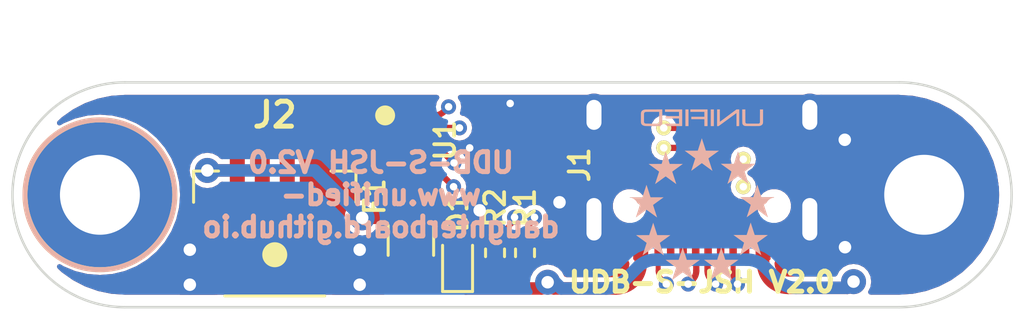
<source format=kicad_pcb>
(kicad_pcb (version 20240108) (generator "pcbnew") (generator_version "8.0")
  (layers (0 "F.Cu" signal) (1 "In1.Cu" signal) (2 "In2.Cu" signal) (31 "B.Cu" signal) (34 "B.Paste" user) (35 "F.Paste" user) (36 "B.SilkS" user "B.Silkscreen") (37 "F.SilkS" user "F.Silkscreen") (38 "B.Mask" user) (39 "F.Mask" user) (44 "Edge.Cuts" user))
  (net 0 "")
  (net 1 "GND")
  (net 2 "VBUS")
  (net 5 "D+")
  (net 6 "D-")
  (net 7 "Net-(J1-CC2)")
  (net 8 "Net-(J1-CC1)")
  (net 9 "5V")
  (footprint "Resistor_SMD:R_0402_1005Metric" (layer "F.Cu") (at 130.81875 97.3225 -90)
    (property "Reference" "R2" (at -1.8 0 90) (layer "F.SilkS") (effects (font (size 0.8 0.8))))
    (property "Value" "5.1k")
    (pad "1" smd roundrect (at -0.51 0 270) (size 0.54 0.64) (layers "F.Cu" "F.Paste" "F.Mask") (net 7 "Net-(J1-CC2)"))
    (pad "2" smd roundrect (at 0.51 0 270) (size 0.54 0.64) (layers "F.Cu" "F.Paste" "F.Mask") (net 1 "GND"))
  )
  (footprint "MountingHole:MountingHole_3.2mm_M3_DIN965_Pad_TopBottom" (layer "F.Cu") (at 148 95)
    (property "Reference" "H1" (hide yes))
    (property "Value" "MountingHole" (hide yes))
    (pad "1" thru_hole circle (at 0 0) (size 3.6 3.6) (drill 3.2) (layers "*.Cu" "*.Mask") (net 1 "GND"))
    (pad "1" connect circle (at 0 0) (size 6 6) (layers "F.Cu" "F.Mask") (net 1 "GND"))
    (pad "1" connect circle (at 0 0) (size 6 6) (layers "B.Cu" "B.Mask") (net 1 "GND"))
  )
  (footprint "Fuse:Fuse_1206_3216Metric" (layer "F.Cu") (at 127.45 96.8225 90)
    (property "Reference" "F1" (at 1.747499 -1.45 90) (layer "F.SilkS") (effects (font (size 0.8 0.8))))
    (property "Value" "SMD0805-050-16V")
    (pad "1" smd roundrect (at -1.4 0 90) (size 1.25 1.75) (layers "F.Cu" "F.Paste" "F.Mask") (roundrect_rratio 0.2) (net 2 "VBUS"))
    (pad "2" smd roundrect (at 1.4 0 90) (size 1.25 1.75) (layers "F.Cu" "F.Paste" "F.Mask") (roundrect_rratio 0.2) (net 9 "5V"))
  )
  (footprint "acheron_Components:USON-10_2.5x1.0mm_P0.5mm" (layer "F.Cu") (at 127.41875 92.8225)
    (property "Reference" "U1" (at 1.4 0 -90) (layer "F.SilkS") (effects (font (size 0.8 0.8))))
    (property "Value" "TPD4E05U06DQAR")
    (pad "1" smd roundrect (at -0.385 -1 270) (size 0.25 0.55) (layers "F.Cu" "F.Paste" "F.Mask") (roundrect_rratio 0.5) (net 6 "D-"))
    (pad "2" smd rect (at -0.385 -0.5 270) (size 0.25 0.55) (layers "F.Cu" "F.Paste" "F.Mask") (net 6 "D-"))
    (pad "3" smd rect (at -0.385 0 270) (size 0.3 0.55) (layers "F.Cu" "F.Paste" "F.Mask") (net 1 "GND"))
    (pad "4" smd rect (at -0.385 0.5 270) (size 0.25 0.55) (layers "F.Cu" "F.Paste" "F.Mask") (net 5 "D+"))
    (pad "5" smd rect (at -0.385 1 270) (size 0.25 0.55) (layers "F.Cu" "F.Paste" "F.Mask") (net 5 "D+"))
    (pad "6" smd rect (at 0.385 1 270) (size 0.25 0.55) (layers "F.Cu" "F.Paste" "F.Mask") (net 5 "D+"))
    (pad "7" smd rect (at 0.385 0.5 270) (size 0.25 0.55) (layers "F.Cu" "F.Paste" "F.Mask") (net 5 "D+"))
    (pad "8" smd rect (at 0.385 0 270) (size 0.3 0.55) (layers "F.Cu" "F.Paste" "F.Mask") (net 1 "GND"))
    (pad "9" smd rect (at 0.385 -0.5 270) (size 0.25 0.55) (layers "F.Cu" "F.Paste" "F.Mask") (net 6 "D-"))
    (pad "10" smd rect (at 0.385 -1 270) (size 0.25 0.55) (layers "F.Cu" "F.Paste" "F.Mask") (net 6 "D-"))
  )
  (footprint "acheron_Connectors:SM04B-SRSS-TB(LF)(SN)_mounting-reliefs" (layer "F.Cu") (at 122 94.800001)
    (property "Reference" "J2" (at 0 -3 180) (layer "F.SilkS") (effects (font (thickness 0.2))))
    (property "Value" "A1001WR-S-04P")
    (pad "1" smd rect (at -1.5 -0.775) (size 0.6 1.55) (layers "F.Cu" "F.Paste" "F.Mask") (net 9 "5V"))
    (pad "2" smd rect (at -0.5 -0.775) (size 0.6 1.55) (layers "F.Cu" "F.Paste" "F.Mask") (net 6 "D-"))
    (pad "3" smd rect (at 0.5 -0.775) (size 0.6 1.55) (layers "F.Cu" "F.Paste" "F.Mask") (net 5 "D+"))
    (pad "4" smd rect (at 1.5 -0.775) (size 0.6 1.55) (layers "F.Cu" "F.Paste" "F.Mask") (net 1 "GND"))
    (pad "MP" thru_hole circle (at -3.4 2.4) (size 0.8 0.8) (drill 0.5) (layers "*.Cu") (net 1 "GND"))
    (pad "MP" smd rect (at -3.4 3.1) (size 0.8 2.2) (layers "F.Cu") (net 1 "GND"))
    (pad "MP" thru_hole circle (at -3.4 3.8) (size 0.8 0.8) (drill 0.5) (layers "*.Cu") (net 1 "GND"))
    (pad "MP" smd rect (at -3.1 3.1) (size 1.4 2.2) (layers "B.Cu") (net 1 "GND"))
    (pad "MP" smd rect (at -2.65 3.1) (size 0.7 2.2) (layers "F.Cu" "F.Paste" "F.Mask") (net 1 "GND"))
    (pad "MP" smd rect (at 2.65 3.1 180) (size 0.7 2.2) (layers "F.Cu" "F.Paste" "F.Mask") (net 1 "GND"))
    (pad "MP" smd rect (at 3.1 3.1 180) (size 1.4 2.2) (layers "B.Cu") (net 1 "GND"))
    (pad "MP" thru_hole circle (at 3.4 2.4 180) (size 0.8 0.8) (drill 0.5) (layers "*.Cu") (net 1 "GND"))
    (pad "MP" smd rect (at 3.4 3.1 180) (size 0.8 2.2) (layers "F.Cu") (net 1 "GND"))
    (pad "MP" thru_hole circle (at 3.4 3.8 180) (size 0.8 0.8) (drill 0.5) (layers "*.Cu") (net 1 "GND"))
  )
  (footprint "MountingHole:MountingHole_3.2mm_M3_DIN965_Pad_TopOnly" (layer "F.Cu") (at 115 95 180)
    (property "Reference" "H2" (hide yes))
    (property "Value" "MountingHole" (hide yes))
    (pad "1" thru_hole circle (at 0 0 180) (size 6 6) (drill 3.2) (layers "*.Cu"))
  )
  (footprint "locallib:HRO-TYPE-C-31-M-12-Assembly" (layer "F.Cu") (at 139.1 89.2 180)
    (property "Reference" "J1" (at 4.9 -4.6 -90) (layer "F.SilkS") (effects (font (size 0.8 0.8))))
    (property "Value" "TYPE-C-31-M-12")
    (pad "" np_thru_hole circle (at -2.89 -6.25 180) (size 0.65 0.65) (drill 0.65) (layers "*.Cu" "*.Mask"))
    (pad "" np_thru_hole circle (at 2.89 -6.25 180) (size 0.65 0.65) (drill 0.65) (layers "*.Cu" "*.Mask"))
    (pad "A1" smd roundrect (at -3.225 -7.695 180) (size 0.6 1.45) (layers "F.Cu" "F.Paste" "F.Mask") (roundrect_rratio 0.1) (net 1 "GND"))
    (pad "A4" smd roundrect (at -2.45 -7.695 180) (size 0.6 1.45) (layers "F.Cu" "F.Paste" "F.Mask") (roundrect_rratio 0.1) (net 2 "VBUS"))
    (pad "A5" smd roundrect (at -1.25 -7.695 180) (size 0.3 1.45) (layers "F.Cu" "F.Paste" "F.Mask") (roundrect_rratio 0.2) (net 8 "Net-(J1-CC1)"))
    (pad "A6" smd roundrect (at -0.25 -7.695 180) (size 0.3 1.45) (layers "F.Cu" "F.Paste" "F.Mask") (roundrect_rratio 0.2) (net 5 "D+"))
    (pad "A7" smd roundrect (at 0.25 -7.695 180) (size 0.3 1.45) (layers "F.Cu" "F.Paste" "F.Mask") (roundrect_rratio 0.2) (net 6 "D-"))
    (pad "A8" smd roundrect (at 1.25 -7.695 180) (size 0.3 1.45) (layers "F.Cu" "F.Paste" "F.Mask") (roundrect_rratio 0.2))
    (pad "B1" smd roundrect (at 3.225 -7.695 180) (size 0.6 1.45) (layers "F.Cu" "F.Paste" "F.Mask") (roundrect_rratio 0.1) (net 1 "GND"))
    (pad "B4" smd roundrect (at 2.45 -7.695 180) (size 0.6 1.45) (layers "F.Cu" "F.Paste" "F.Mask") (roundrect_rratio 0.1) (net 2 "VBUS"))
    (pad "B5" smd roundrect (at 1.75 -7.695 180) (size 0.3 1.45) (layers "F.Cu" "F.Paste" "F.Mask") (roundrect_rratio 0.2) (net 7 "Net-(J1-CC2)"))
    (pad "B6" smd roundrect (at 0.75 -7.695 180) (size 0.3 1.45) (layers "F.Cu" "F.Paste" "F.Mask") (roundrect_rratio 0.2) (net 5 "D+"))
    (pad "B7" smd roundrect (at -0.75 -7.695 180) (size 0.3 1.45) (layers "F.Cu" "F.Paste" "F.Mask") (roundrect_rratio 0.2) (net 6 "D-"))
    (pad "B8" smd roundrect (at -1.75 -7.695 180) (size 0.3 1.45) (layers "F.Cu" "F.Paste" "F.Mask") (roundrect_rratio 0.2))
    (pad "S1" thru_hole oval (at -4.32 -6.78 180) (size 1.1 2.2) (drill oval 0.6 1.7) (layers "*.Cu" "*.Mask") (net 1 "GND"))
    (pad "S1" thru_hole oval (at -4.32 -2.6 180) (size 1.3 1.7) (drill oval 0.6 1.2) (layers "*.Cu" "*.Mask") (net 1 "GND"))
    (pad "S1" thru_hole oval (at 4.32 -6.78 180) (size 1.1 2.2) (drill oval 0.6 1.7) (layers "*.Cu" "*.Mask") (net 1 "GND"))
    (pad "S1" thru_hole oval (at 4.32 -2.6 180) (size 1.3 1.7) (drill oval 0.6 1.2) (layers "*.Cu" "*.Mask") (net 1 "GND"))
  )
  (footprint "Diode_SMD:D_SOD-523" (layer "F.Cu") (at 129.31875 97.7225 90)
    (property "Reference" "D1" (at 2 0 90) (layer "F.SilkS") (effects (font (size 0.8 0.8))))
    (property "Value" "ESD5Z5V0")
    (pad "1" smd rect (at -0.7 0 270) (size 0.6 0.7) (layers "F.Cu" "F.Paste" "F.Mask") (net 2 "VBUS"))
    (pad "2" smd rect (at 0.7 0 270) (size 0.6 0.7) (layers "F.Cu" "F.Paste" "F.Mask") (net 1 "GND"))
  )
  (footprint "Resistor_SMD:R_0402_1005Metric" (layer "F.Cu") (at 132.01875 97.3225 90)
    (property "Reference" "R1" (at 1.8 0 90) (layer "F.SilkS") (effects (font (size 0.8 0.8))))
    (property "Value" "5.1k")
    (pad "1" smd roundrect (at -0.51 0 90) (size 0.54 0.64) (layers "F.Cu" "F.Paste" "F.Mask") (net 1 "GND"))
    (pad "2" smd roundrect (at 0.51 0 90) (size 0.54 0.64) (layers "F.Cu" "F.Paste" "F.Mask") (net 8 "Net-(J1-CC1)"))
  )
  (footprint "locallib:UnifiedLogo" (layer "B.Cu") (at 139.1 95 180)
    (property "Reference" "G***")
    (property "Value" "LOGO" (hide yes))
  )
  (gr_circle (center 115 95) (end 118 95) (stroke (width 0.2)) (fill none) (layer "B.SilkS"))
  (gr_circle (center 115 95) (end 118 95) (stroke (width 0.2)) (fill none) (layer "F.SilkS"))
  (gr_circle (center 122 97.4) (end 122.4 97.4) (stroke (width 0.2)) (fill solid) (layer "F.SilkS"))
  (gr_circle (center 140.758749 93.577499) (end 140.758749 93.377498) (stroke (width 0.2)) (fill solid) (layer "F.SilkS"))
  (gr_circle (center 140.758749 94.677499) (end 140.758749 94.4775) (stroke (width 0.2)) (fill solid) (layer "F.SilkS"))
  (gr_circle (center 137.57375 93.1225) (end 137.57375 92.922501) (stroke (width 0.2)) (fill solid) (layer "F.SilkS"))
  (gr_circle (center 137.57375 92.322499) (end 137.57375 92.122498) (stroke (width 0.2)) (fill solid) (layer "F.SilkS"))
  (gr_arc (start 116 99.500001) (mid 111.499999 95) (end 116 90.499999) (stroke (width 0.1)) (layer "Edge.Cuts"))
  (gr_arc (start 147 90.5) (mid 151.5 95) (end 147 99.5) (stroke (width 0.1)) (layer "Edge.Cuts"))
  (gr_line (start 147 90.5) (end 116 90.499999) (stroke (width 0.1)) (layer "Edge.Cuts"))
  (gr_line (start 116 99.500001) (end 147 99.5) (stroke (width 0.1)) (layer "Edge.Cuts"))
  (gr_text "UDB-S-JSH V2.0\nwww.unified-\ndaughterboard.github.io" (at 126.25 95 0) (layer "B.SilkS") (effects (font (size 0.8 0.8) (thickness 0.2)) (justify mirror)))
  (gr_text "UDB-S-JSH V2.0" (at 139.1 98.5 0) (layer "F.SilkS") (effects (font (size 0.8 0.8) (thickness 0.2))))
  (segment (start 135.85 96.8975) (end 135.85 97.327913) (width 0.2) (layer "F.Cu") (net 1))
  (via (at 129.80375 93.1225) (size 0.6) (drill 0.3) (layers "F.Cu" "B.Cu") (net 1))
  (via (at 133.4 95.3) (size 1) (drill 0.5) (layers "F.Cu" "B.Cu") (net 1))
  (via (at 144.829639 97.098274) (size 1) (drill 0.5) (layers "F.Cu" "B.Cu") (net 1))
  (via (at 130.20375 95.6225) (size 1) (drill 0.5) (layers "F.Cu" "B.Cu") (net 1))
  (via (at 131.425 91.34375) (size 0.6) (drill 0.3) (layers "F.Cu" "B.Cu") (net 1))
  (via (at 144.820324 92.798274) (size 1) (drill 0.5) (layers "F.Cu" "B.Cu") (net 1))
  (segment (start 146.95 91.35) (end 148 92.4) (width 0.7) (layer "B.Cu") (net 1))
  (segment (start 143.87 91.35) (end 146.95 91.35) (width 0.7) (layer "B.Cu") (net 1))
  (segment (start 148 92.4) (end 148 95) (width 0.7) (layer "B.Cu") (net 1))
  (segment (start 143.42 91.8) (end 143.87 91.35) (width 0.7) (layer "B.Cu") (net 1))
  (segment (start 129.31875 98.4225) (end 127.31875 98.4225) (width 0.5) (layer "F.Cu") (net 2))
  (segment (start 129.646751 98.750501) (end 129.31875 98.4225) (width 0.5) (layer "F.Cu") (net 2))
  (segment (start 127.31875 98.4225) (end 127.11875 98.2225) (width 0.5) (layer "F.Cu") (net 2))
  (segment (start 129.646751 98.750501) (end 132.675499 98.750501) (width 0.5) (layer "F.Cu") (net 2))
  (segment (start 132.675499 98.750501) (end 132.925 98.501) (width 0.5) (layer "F.Cu") (net 2))
  (segment (start 136.651574 96.896574) (end 136.65 96.895) (width 0.5) (layer "F.Cu") (net 2))
  (segment (start 133.174 98.75) (end 132.925 98.501) (width 0.5) (layer "F.Cu") (net 2))
  (segment (start 144.922139 98.726274) (end 145.171639 98.476774) (width 0.5) (layer "F.Cu") (net 2))
  (segment (start 142.55 98.726274) (end 144.922139 98.726274) (width 0.5) (layer "F.Cu") (net 2))
  (segment (start 141.55 96.895) (end 141.55 97.726274) (width 0.5) (layer "F.Cu") (net 2))
  (segment (start 135.651574 98.75) (end 133.174 98.75) (width 0.5) (layer "F.Cu") (net 2))
  (segment (start 136.651574 97.75) (end 136.651574 96.896574) (width 0.5) (layer "F.Cu") (net 2))
  (via (at 132.925 98.501) (size 1) (drill 0.5) (layers "F.Cu" "B.Cu") (net 2))
  (via (at 145.171639 98.476774) (size 1) (drill 0.5) (layers "F.Cu" "B.Cu") (net 2))
  (arc (start 141.55 97.726274) (mid 141.842893 98.433381) (end 142.55 98.726274) (width 0.5) (layer "F.Cu") (net 2))
  (arc (start 136.651574 97.75) (mid 136.358681 98.457107) (end 135.651574 98.75) (width 0.5) (layer "F.Cu") (net 2))
  (segment (start 145.171639 98.476774) (end 144.923413 98.725) (width 0.5) (layer "B.Cu") (net 2))
  (segment (start 140.915425 97.598274) (end 137.243853 97.598274) (width 0.5) (layer "B.Cu") (net 2))
  (segment (start 144.923413 98.725) (end 142.870579 98.725) (width 0.5) (layer "B.Cu") (net 2))
  (segment (start 135.263699 98.75) (end 133.46775 98.75) (width 0.5) (layer "B.Cu") (net 2))
  (segment (start 142.163472 98.432107) (end 141.622532 97.891167) (width 0.5) (layer "B.Cu") (net 2))
  (segment (start 133.46775 98.75) (end 133.21875 98.501) (width 0.5) (layer "B.Cu") (net 2))
  (segment (start 136.536746 97.891167) (end 135.970806 98.457107) (width 0.5) (layer "B.Cu") (net 2))
  (arc (start 141.622532 97.891167) (mid 141.298109 97.674394) (end 140.915425 97.598274) (width 0.5) (layer "B.Cu") (net 2))
  (arc (start 137.243853 97.598274) (mid 136.86117 97.674394) (end 136.536746 97.891167) (width 0.5) (layer "B.Cu") (net 2))
  (arc (start 142.163472 98.432107) (mid 142.487895 98.64888) (end 142.870579 98.725) (width 0.5) (layer "B.Cu") (net 2))
  (arc (start 135.970806 98.457107) (mid 135.646383 98.67388) (end 135.263699 98.75) (width 0.5) (layer "B.Cu") (net 2))
  (segment (start 137.57375 93.1225) (end 138.345 93.1225) (width 0.25) (layer "F.Cu") (net 5))
  (segment (start 127.03375 93.8225) (end 127.80375 93.8225) (width 0.25) (layer "F.Cu") (net 5))
  (segment (start 128.920197 93.468947) (end 129.17375 93.7225) (width 0.25) (layer "F.Cu") (net 5))
  (segment (start 126.157303 93.676053) (end 125.657303 93.176053) (width 0.25) (layer "F.Cu") (net 5))
  (segment (start 124.996643 92.7225) (end 123 92.7225) (width 0.25) (layer "F.Cu") (net 5))
  (segment (start 127.80375 93.8225) (end 128.096643 93.8225) (width 0.25) (layer "F.Cu") (net 5))
  (segment (start 139.471447 98.396447) (end 139.649999 98.574999) (width 0.25) (layer "F.Cu") (net 5))
  (segment (start 138.845 94.832893) (end 138.845 93.6225) (width 0.25) (layer "F.Cu") (net 5))
  (segment (start 122.5 93.2225) (end 122.5 94.025001) (width 0.25) (layer "F.Cu") (net 5))
  (segment (start 127.00375 93.3225) (end 127.77375 93.3225) (width 0.25) (layer "F.Cu") (net 5))
  (segment (start 139.35 96.895) (end 139.325001 96.919999) (width 0.25) (layer "F.Cu") (net 5))
  (segment (start 127.03375 93.3225) (end 126.010857 93.3225) (width 0.25) (layer "F.Cu") (net 5))
  (segment (start 127.77375 93.3225) (end 128.566643 93.3225) (width 0.25) (layer "F.Cu") (net 5))
  (segment (start 128.450197 93.968947) (end 129.158749 94.677499) (width 0.25) (layer "F.Cu") (net 5))
  (segment (start 125.657303 93.176053) (end 125.350196 92.868946) (width 0.25) (layer "F.Cu") (net 5))
  (segment (start 138.32 96.895) (end 138.32 95.772107) (width 0.25) (layer "F.Cu") (net 5))
  (segment (start 126.510857 93.8225) (end 127.03375 93.8225) (width 0.25) (layer "F.Cu") (net 5))
  (segment (start 138.466447 95.418553) (end 138.698554 95.186446) (width 0.25) (layer "F.Cu") (net 5))
  (segment (start 122.6 94.3) (end 122.6 93.7225) (width 0.25) (layer "F.Cu") (net 5))
  (segment (start 139.325001 96.919999) (end 139.325 98.042893) (width 0.25) (layer "F.Cu") (net 5))
  (via (at 129.158749 94.677499) (size 0.6) (drill 0.3) (layers "F.Cu" "B.Cu") (net 5))
  (via (at 139.649999 98.574999) (size 0.6) (drill 0.3) (layers "F.Cu" "B.Cu") (net 5))
  (via (at 129.17375 93.7225) (size 0.6) (drill 0.3) (layers "F.Cu" "B.Cu") (net 5))
  (via (at 140.758749 94.677499) (size 0.6) (drill 0.3) (layers "F.Cu" "B.Cu") (net 5))
  (via (at 137.57375 93.1225) (size 0.6) (drill 0.3) (layers "F.Cu" "B.Cu") (net 5))
  (arc (start 138.698554 95.186446) (mid 138.80694 95.024234) (end 138.845 94.832893) (width 0.25) (layer "F.Cu") (net 5))
  (arc (start 122.5 93.2225) (mid 122.646447 92.868947) (end 123 92.7225) (width 0.25) (layer "F.Cu") (net 5))
  (arc (start 139.325 98.042893) (mid 139.36306 98.234235) (end 139.471447 98.396447) (width 0.25) (layer "F.Cu") (net 5))
  (arc (start 126.157303 93.676053) (mid 126.319515 93.78444) (end 126.510857 93.8225) (width 0.25) (layer "F.Cu") (net 5))
  (arc (start 125.350196 92.868946) (mid 125.187984 92.76056) (end 124.996643 92.7225) (width 0.25) (layer "F.Cu") (net 5))
  (arc (start 138.466447 95.418553) (mid 138.35806 95.580765) (end 138.32 95.772107) (width 0.25) (layer "F.Cu") (net 5))
  (arc (start 128.566643 93.3225) (mid 128.757985 93.36056) (end 128.920197 93.468947) (width 0.25) (layer "F.Cu") (net 5))
  (arc (start 138.345 93.1225) (mid 138.698553 93.268947) (end 138.845 93.6225) (width 0.25) (layer "F.Cu") (net 5))
  (arc (start 128.450197 93.968947) (mid 128.287985 93.86056) (end 128.096643 93.8225) (width 0.25) (layer "F.Cu") (net 5))
  (arc (start 125.657303 93.176053) (mid 125.819515 93.28444) (end 126.010857 93.3225) (width 0.25) (layer "F.Cu") (net 5))
  (segment (start 125.763185 91.8225) (end 122.5 91.8225) (width 0.25) (layer "F.Cu") (net 6))
  (segment (start 139.295 92.8225) (end 139.295 94.812893) (width 0.25) (layer "F.Cu") (net 6))
  (segment (start 129.395 92.3225) (end 126.677399 92.3225) (width 0.25) (layer "F.Cu") (net 6))
  (segment (start 128.760195 91.676053) (end 128.958749 91.477499) (width 0.25) (layer "F.Cu") (net 6))
  (segment (start 139.82 95.752107) (end 139.82 96.895) (width 0.25) (layer "F.Cu") (net 6))
  (segment (start 138.874999 96.919999) (end 138.875 98.042892) (width 0.25) (layer "F.Cu") (net 6))
  (segment (start 139.441447 95.166447) (end 139.673554 95.398554) (width 0.25) (layer "F.Cu") (net 6))
  (segment (start 126.323845 92.176053) (end 126.116738 91.968946) (width 0.25) (layer "F.Cu") (net 6))
  (segment (start 127.03375 91.8225) (end 127.80375 91.8225) (width 0.25) (layer "F.Cu") (net 6))
  (segment (start 125.763185 91.8225) (end 127.03375 91.8225) (width 0.25) (layer "F.Cu") (net 6))
  (segment (start 137.57375 92.3225) (end 138.795 92.3225) (width 0.25) (layer "F.Cu") (net 6))
  (segment (start 121.5 92.8225) (end 121.5 94.3) (width 0.25) (layer "F.Cu") (net 6))
  (segment (start 127.80375 91.8225) (end 128.406641 91.8225) (width 0.25) (layer "F.Cu") (net 6))
  (segment (start 138.728553 98.396446) (end 138.55 98.574999) (width 0.25) (layer "F.Cu") (net 6))
  (segment (start 138.85 96.895) (end 138.874999 96.919999) (width 0.25) (layer "F.Cu") (net 6))
  (via (at 129.395 92.3225) (size 0.6) (drill 0.3) (layers "F.Cu" "B.Cu") (net 6))
  (via (at 138.55 98.574999) (size 0.6) (drill 0.3) (layers "F.Cu" "B.Cu") (net 6))
  (via (at 128.958749 91.477499) (size 0.6) (drill 0.3) (layers "F.Cu" "B.Cu") (net 6))
  (via (at 137.57375 92.3225) (size 0.6) (drill 0.3) (layers "F.Cu" "B.Cu") (net 6))
  (via (at 140.758749 93.577499) (size 0.6) (drill 0.3) (layers "F.Cu" "B.Cu") (net 6))
  (arc (start 126.116738 91.968946) (mid 125.954526 91.86056) (end 125.763185 91.8225) (width 0.25) (layer "F.Cu") (net 6))
  (arc (start 138.795 92.3225) (mid 139.148553 92.468947) (end 139.295 92.8225) (width 0.25) (layer "F.Cu") (net 6))
  (arc (start 122.5 91.8225) (mid 121.792893 92.115393) (end 121.5 92.8225) (width 0.25) (layer "F.Cu") (net 6))
  (arc (start 139.82 95.752107) (mid 139.78194 95.560766) (end 139.673554 95.398554) (width 0.25) (layer "F.Cu") (net 6))
  (arc (start 139.441447 95.166447) (mid 139.33306 95.004235) (end 139.295 94.812893) (width 0.25) (layer "F.Cu") (net 6))
  (arc (start 128.406641 91.8225) (mid 128.597983 91.78444) (end 128.760195 91.676053) (width 0.25) (layer "F.Cu") (net 6))
  (arc (start 138.875 98.042892) (mid 138.83694 98.234234) (end 138.728553 98.396446) (width 0.25) (layer "F.Cu") (net 6))
  (arc (start 126.323845 92.176053) (mid 126.486057 92.28444) (end 126.677399 92.3225) (width 0.25) (layer "F.Cu") (net 6))
  (segment (start 137.35 96.895) (end 137.35 98.042893) (width 0.2) (layer "F.Cu") (net 7))
  (segment (start 131.6 96.03125) (end 130.81875 96.8125) (width 0.2) (layer "F.Cu") (net 7))
  (segment (start 137.496447 98.396447) (end 137.674999 98.574999) (width 0.2) (layer "F.Cu") (net 7))
  (segment (start 131.6 95.9) (end 131.6 96.03125) (width 0.2) (layer "F.Cu") (net 7))
  (via (at 131.6 95.9) (size 0.6) (drill 0.3) (layers "F.Cu" "B.Cu") (net 7))
  (via (at 137.674999 98.574999) (size 0.6) (drill 0.3) (layers "F.Cu" "B.Cu") (net 7))
  (arc (start 137.35 98.042893) (mid 137.38806 98.234235) (end 137.496447 98.396447) (width 0.2) (layer "F.Cu") (net 7))
  (segment (start 132.4 96) (end 132.4 95.9) (width 0.2) (layer "F.Cu") (net 8))
  (segment (start 140.35 98.399999) (end 140.525 98.574999) (width 0.2) (layer "F.Cu") (net 8))
  (segment (start 132.01875 96.8125) (end 132.01875 96.38125) (width 0.2) (layer "F.Cu") (net 8))
  (segment (start 132.01875 96.38125) (end 132.4 96) (width 0.2) (layer "F.Cu") (net 8))
  (segment (start 140.35 96.895) (end 140.35 98.399999) (width 0.2) (layer "F.Cu") (net 8))
  (via (at 140.525 98.574999) (size 0.6) (drill 0.3) (layers "F.Cu" "B.Cu") (net 8))
  (via (at 132.4 95.9) (size 0.6) (drill 0.3) (layers "F.Cu" "B.Cu") (net 8))
  (segment (start 126.95 95.9225) (end 127.45 95.4225) (width 0.5) (layer "F.Cu") (net 9))
  (segment (start 125.5 95.9225) (end 126.95 95.9225) (width 0.5) (layer "F.Cu") (net 9))
  (segment (start 119.3 94.025001) (end 120.5 94.025001) (width 0.5) (layer "F.Cu") (net 9))
  (via (at 119.3 94.025001) (size 1) (drill 0.5) (layers "F.Cu" "B.Cu") (net 9))
  (via (at 125.5 95.9225) (size 1) (drill 0.5) (layers "F.Cu" "B.Cu") (net 9))
  (segment (start 119.3 94.025001) (end 123.602501 94.025001) (width 0.5) (layer "B.Cu") (net 9))
  (segment (start 123.602501 94.025001) (end 125.5 95.9225) (width 0.5) (layer "B.Cu") (net 9))
  (zone (net 1) (net_name "GND") (layers "F.Cu" "In1.Cu" "In2.Cu" "B.Cu") (connect_pads yes (clearance 0.2)) (min_thickness 0.2) (fill yes (thermal_gap 0.25) (thermal_bridge_width 0.25))
    (polygon (pts (xy 152 99.9225) (xy 111 100) (xy 111 90) (xy 152 89.9225)))
  )
)
</source>
